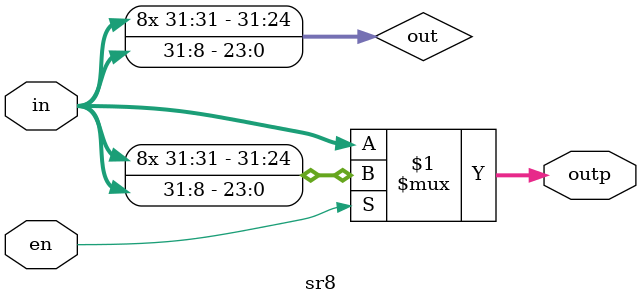
<source format=v>
module sr8(in,en,outp);

input [31:0] in;
input en;
output [31:0] outp;
wire[31:0] out;

assign out[0 ] = in[8 ];
assign out[1 ] = in[9 ];
assign out[2 ] = in[10];
assign out[3 ] = in[11];
assign out[4 ] = in[12];
assign out[5 ] = in[13];
assign out[6 ] = in[14];
assign out[7 ] = in[15];
assign out[8 ] = in[16];
assign out[9 ] = in[17];
assign out[10] = in[18];
assign out[11] = in[19];
assign out[12] = in[20];
assign out[13] = in[21];
assign out[14] = in[22];
assign out[15] = in[23];
assign out[16] = in[24];
assign out[17] = in[25];
assign out[18] = in[26];
assign out[19] = in[27];
assign out[20] = in[28];
assign out[21] = in[29];
assign out[22] = in[30];
assign out[23] = in[31];
assign out[24] = in[31];
assign out[25] = in[31];
assign out[26] = in[31];
assign out[27] = in[31];
assign out[28] = in[31];
assign out[29] = in[31];
assign out[30] = in[31];
assign out[31] = in[31];


assign outp = en? out:in;

endmodule
</source>
